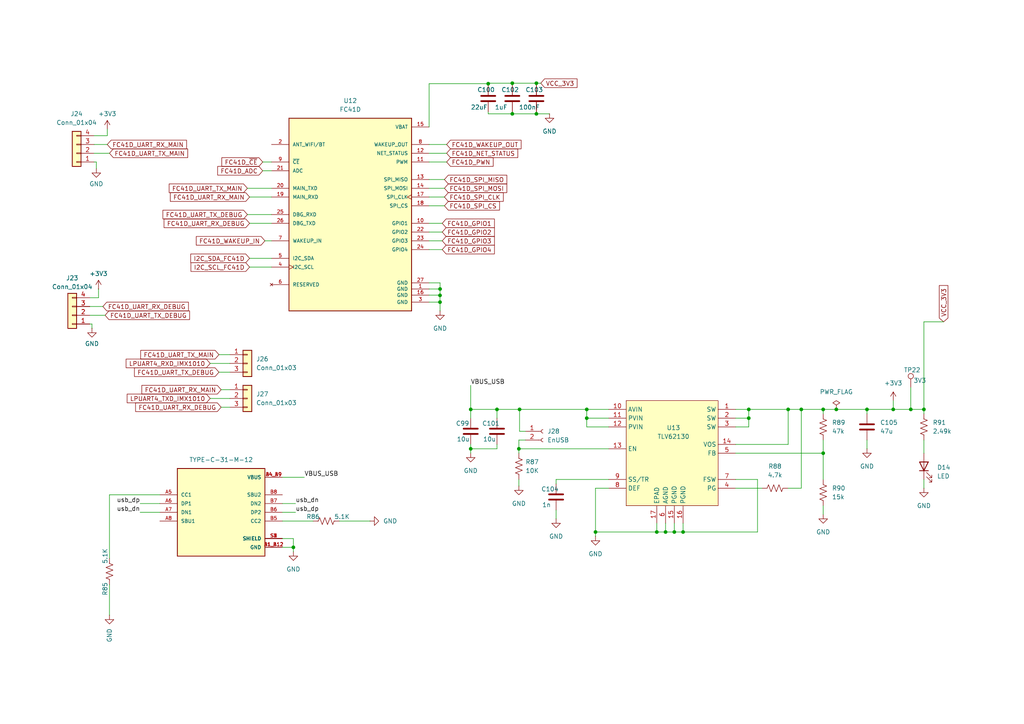
<source format=kicad_sch>
(kicad_sch (version 20250114) (generator "eeschema") (generator_version "9.0")
  (paper "A4")
  (lib_symbols
    (symbol "AzizSymbol:TLV62130"
      (property "Reference" "U" (at 0 0 0))
      (property "Value" "TLV62130" (at 0 -2.54 0))
      (symbol "TLV62130_1_1"
        (rectangle (start -13.97 8.89) (end 12.7 -21.59) (fill (type background)))
        (pin input line (at -19.05 6.35 0) (length 5.08) (name "AVIN") (number "10"))
        (pin input line (at -19.05 3.81 0) (length 5.08) (name "PVIN") (number "11"))
        (pin input line (at -19.05 1.27 0) (length 5.08) (name "PVIN") (number "12"))
        (pin input line (at -19.05 -5.08 0) (length 5.08) (name "EN") (number "13"))
        (pin input line (at -19.05 -13.97 0) (length 5.08) (name "SS/TR") (number "9"))
        (pin input line (at -19.05 -16.51 0) (length 5.08) (name "DEF") (number "8"))
        (pin input line (at -5.08 -26.67 90) (length 5.08) (name "EPAD") (number "17"))
        (pin input line (at -2.54 -26.67 90) (length 5.08) (name "AGND") (number "6"))
        (pin input line (at 0 -26.67 90) (length 5.08) (name "PGND") (number "15"))
        (pin input line (at 2.54 -26.67 90) (length 5.08) (name "PGND") (number "16"))
        (pin input line (at 17.78 6.35 180) (length 5.08) (name "SW") (number "1"))
        (pin input line (at 17.78 3.81 180) (length 5.08) (name "SW") (number "2"))
        (pin input line (at 17.78 1.27 180) (length 5.08) (name "SW") (number "3"))
        (pin input line (at 17.78 -3.81 180) (length 5.08) (name "VOS") (number "14"))
        (pin input line (at 17.78 -6.35 180) (length 5.08) (name "FB") (number "5"))
        (pin input line (at 17.78 -13.97 180) (length 5.08) (name "FSW") (number "7"))
        (pin input line (at 17.78 -16.51 180) (length 5.08) (name "PG") (number "4"))
      )
    )
    (symbol "Connector:Conn_01x02_Socket" (pin_names (offset 1.016) (hide yes))
      (property "Reference" "J" (at 0 2.54 0))
      (property "Value" "Conn_01x02_Socket" (at 0 -5.08 0))
      (symbol "Conn_01x02_Socket_1_1"
        (polyline (pts (xy -1.27 0) (xy -0.508 0)) (stroke (width 0.1524)))
        (polyline (pts (xy -1.27 -2.54) (xy -0.508 -2.54)) (stroke (width 0.1524)))
        (arc (start 0 -0.508) (mid -0.5058 0) (end 0 0.508) (stroke (width 0.1524)))
        (arc (start 0 -3.048) (mid -0.5058 -2.54) (end 0 -2.032) (stroke (width 0.1524)))
        (pin passive line (at -5.08 0 0) (length 3.81) (name "Pin_1") (number "1"))
        (pin passive line (at -5.08 -2.54 0) (length 3.81) (name "Pin_2") (number "2"))
      )
    )
    (symbol "Connector:TestPoint" (pin_numbers (hide yes)) (pin_names (offset 0.762) (hide yes))
      (property "Reference" "TP" (at 0 6.858 0))
      (property "Value" "TestPoint" (at 0 5.08 0))
      (symbol "TestPoint_0_1"
        (circle (center 0 3.302) (radius 0.762))
      )
      (symbol "TestPoint_1_1"
        (pin passive line (at 0 0 90) (length 2.54) (name "1") (number "1"))
      )
    )
    (symbol "Connector_Generic:Conn_01x03" (pin_names (offset 1.016) (hide yes))
      (property "Reference" "J" (at 0 5.08 0))
      (property "Value" "Conn_01x03" (at 0 -5.08 0))
      (symbol "Conn_01x03_1_1"
        (rectangle (start -1.27 3.81) (end 1.27 -3.81) (stroke (width 0.254)) (fill (type background)))
        (rectangle (start -1.27 2.667) (end 0 2.413) (stroke (width 0.1524)))
        (rectangle (start -1.27 0.127) (end 0 -0.127) (stroke (width 0.1524)))
        (rectangle (start -1.27 -2.413) (end 0 -2.667) (stroke (width 0.1524)))
        (pin passive line (at -5.08 2.54 0) (length 3.81) (name "Pin_1") (number "1"))
        (pin passive line (at -5.08 0 0) (length 3.81) (name "Pin_2") (number "2"))
        (pin passive line (at -5.08 -2.54 0) (length 3.81) (name "Pin_3") (number "3"))
      )
    )
    (symbol "Connector_Generic:Conn_01x04" (pin_names (offset 1.016) (hide yes))
      (property "Reference" "J" (at 0 5.08 0))
      (property "Value" "Conn_01x04" (at 0 -7.62 0))
      (symbol "Conn_01x04_1_1"
        (rectangle (start -1.27 3.81) (end 1.27 -6.35) (stroke (width 0.254)) (fill (type background)))
        (rectangle (start -1.27 2.667) (end 0 2.413) (stroke (width 0.1524)))
        (rectangle (start -1.27 0.127) (end 0 -0.127) (stroke (width 0.1524)))
        (rectangle (start -1.27 -2.413) (end 0 -2.667) (stroke (width 0.1524)))
        (rectangle (start -1.27 -4.953) (end 0 -5.207) (stroke (width 0.1524)))
        (pin passive line (at -5.08 2.54 0) (length 3.81) (name "Pin_1") (number "1"))
        (pin passive line (at -5.08 0 0) (length 3.81) (name "Pin_2") (number "2"))
        (pin passive line (at -5.08 -2.54 0) (length 3.81) (name "Pin_3") (number "3"))
        (pin passive line (at -5.08 -5.08 0) (length 3.81) (name "Pin_4") (number "4"))
      )
    )
    (symbol "Device:C" (pin_numbers (hide yes)) (pin_names (offset 0.254))
      (property "Reference" "C" (at 0.635 2.54 0))
      (property "Value" "C" (at 0.635 -2.54 0))
      (symbol "C_0_1"
        (polyline (pts (xy -2.032 0.762) (xy 2.032 0.762)) (stroke (width 0.508)))
        (polyline (pts (xy -2.032 -0.762) (xy 2.032 -0.762)) (stroke (width 0.508)))
      )
      (symbol "C_1_1"
        (pin passive line (at 0 3.81 270) (length 2.794) (name "~") (number "1"))
        (pin passive line (at 0 -3.81 90) (length 2.794) (name "~") (number "2"))
      )
    )
    (symbol "Device:LED" (pin_numbers (hide yes)) (pin_names (offset 1.016) (hide yes))
      (property "Reference" "D" (at 0 2.54 0))
      (property "Value" "LED" (at 0 -2.54 0))
      (symbol "LED_0_1"
        (polyline (pts (xy -3.048 -0.762) (xy -4.572 -2.286) (xy -3.81 -2.286) (xy -4.572 -2.286) (xy -4.572 -1.524)))
        (polyline (pts (xy -1.778 -0.762) (xy -3.302 -2.286) (xy -2.54 -2.286) (xy -3.302 -2.286) (xy -3.302 -1.524)))
        (polyline (pts (xy -1.27 0) (xy 1.27 0)))
        (polyline (pts (xy -1.27 -1.27) (xy -1.27 1.27)) (stroke (width 0.254)))
        (polyline (pts (xy 1.27 -1.27) (xy 1.27 1.27) (xy -1.27 0) (xy 1.27 -1.27)) (stroke (width 0.254)))
      )
      (symbol "LED_1_1"
        (pin passive line (at -3.81 0 0) (length 2.54) (name "K") (number "1"))
        (pin passive line (at 3.81 0 180) (length 2.54) (name "A") (number "2"))
      )
    )
    (symbol "Device:R_US" (pin_numbers (hide yes)) (pin_names (offset 0))
      (property "Reference" "R" (at 2.54 0 90))
      (property "Value" "R_US" (at -2.54 0 90))
      (symbol "R_US_0_1"
        (polyline (pts (xy 0 2.286) (xy 0 2.54)))
        (polyline (pts (xy 0 2.286) (xy 1.016 1.905) (xy 0 1.524) (xy -1.016 1.143) (xy 0 0.762)))
        (polyline (pts (xy 0 0.762) (xy 1.016 0.381) (xy 0 0) (xy -1.016 -0.381) (xy 0 -0.762)))
        (polyline (pts (xy 0 -0.762) (xy 1.016 -1.143) (xy 0 -1.524) (xy -1.016 -1.905) (xy 0 -2.286)))
        (polyline (pts (xy 0 -2.286) (xy 0 -2.54)))
      )
      (symbol "R_US_1_1"
        (pin passive line (at 0 3.81 270) (length 1.27) (name "~") (number "1"))
        (pin passive line (at 0 -3.81 90) (length 1.27) (name "~") (number "2"))
      )
    )
    (symbol "FC41D:FC41D" (pin_names (offset 1.016))
      (property "Reference" "U" (at -17.78 28.702 0))
      (property "Value" "FC41D" (at -17.78 -30.48 0))
      (symbol "FC41D_0_0"
        (rectangle (start -17.78 -27.94) (end 17.78 27.94) (stroke (width 0.254)) (fill (type background)))
        (pin bidirectional line (at -22.86 20.32 0) (length 5.08) (name "ANT_WIFI/BT") (number "2"))
        (pin input line (at -22.86 15.24 0) (length 5.08) (name "~{CE}") (number "9"))
        (pin input line (at -22.86 12.7 0) (length 5.08) (name "ADC") (number "21"))
        (pin output line (at -22.86 7.62 0) (length 5.08) (name "MAIN_TXD") (number "20"))
        (pin input line (at -22.86 5.08 0) (length 5.08) (name "MAIN_RXD") (number "19"))
        (pin input line (at -22.86 0 0) (length 5.08) (name "DBG_RXD") (number "25"))
        (pin output line (at -22.86 -2.54 0) (length 5.08) (name "DBG_TXD") (number "26"))
        (pin input line (at -22.86 -7.62 0) (length 5.08) (name "WAKEUP_IN") (number "7"))
        (pin bidirectional line (at -22.86 -12.7 0) (length 5.08) (name "I2C_SDA") (number "5"))
        (pin output clock (at -22.86 -15.24 0) (length 5.08) (name "I2C_SCL") (number "4"))
        (pin no_connect line (at -22.86 -20.32 0) (length 5.08) (name "RESERVED") (number "6"))
        (pin power_in line (at 22.86 25.4 180) (length 5.08) (name "VBAT") (number "15"))
        (pin output line (at 22.86 20.32 180) (length 5.08) (name "WAKEUP_OUT") (number "8"))
        (pin output line (at 22.86 17.78 180) (length 5.08) (name "NET_STATUS") (number "12"))
        (pin output line (at 22.86 15.24 180) (length 5.08) (name "PWM") (number "11"))
        (pin bidirectional line (at 22.86 10.16 180) (length 5.08) (name "SPI_MISO") (number "13"))
        (pin bidirectional line (at 22.86 7.62 180) (length 5.08) (name "SPI_MOSI") (number "14"))
        (pin bidirectional clock (at 22.86 5.08 180) (length 5.08) (name "SPI_CLK") (number "17"))
        (pin bidirectional line (at 22.86 2.54 180) (length 5.08) (name "SPI_CS") (number "18"))
        (pin bidirectional line (at 22.86 -2.54 180) (length 5.08) (name "GPIO1") (number "10"))
        (pin bidirectional line (at 22.86 -5.08 180) (length 5.08) (name "GPIO2") (number "22"))
        (pin bidirectional line (at 22.86 -7.62 180) (length 5.08) (name "GPIO3") (number "23"))
        (pin bidirectional line (at 22.86 -10.16 180) (length 5.08) (name "GPIO4") (number "24"))
        (pin power_in line (at 22.86 -19.812 180) (length 5.08) (name "GND") (number "27"))
        (pin power_in line (at 22.86 -21.59 180) (length 5.08) (name "GND") (number "1"))
        (pin power_in line (at 22.86 -23.368 180) (length 5.08) (name "GND") (number "16"))
        (pin power_in line (at 22.86 -25.4 180) (length 5.08) (name "GND") (number "3"))
      )
    )
    (symbol "TYPE-C-31-M-12:TYPE-C-31-M-12" (pin_names (offset 1.016))
      (property "Reference" "J" (at -12.7 13.462 0))
      (property "Value" "TYPE-C-31-M-12" (at -12.7 -13.462 0))
      (symbol "TYPE-C-31-M-12_0_0"
        (rectangle (start -12.7 -12.7) (end 12.7 12.7) (stroke (width 0.254)) (fill (type background)))
        (pin bidirectional line (at -17.78 5.08 0) (length 5.08) (name "CC1") (number "A5"))
        (pin bidirectional line (at -17.78 2.54 0) (length 5.08) (name "DP1") (number "A6"))
        (pin bidirectional line (at -17.78 0 0) (length 5.08) (name "DN1") (number "A7"))
        (pin bidirectional line (at -17.78 -2.54 0) (length 5.08) (name "SBU1") (number "A8"))
        (pin power_in line (at 17.78 10.16 180) (length 5.08) (name "VBUS") (number "A4_B9"))
        (pin power_in line (at 17.78 10.16 180) (length 5.08) (name "VBUS") (number "B4_A9"))
        (pin bidirectional line (at 17.78 5.08 180) (length 5.08) (name "SBU2") (number "B8"))
        (pin bidirectional line (at 17.78 2.54 180) (length 5.08) (name "DN2") (number "B7"))
        (pin bidirectional line (at 17.78 0 180) (length 5.08) (name "DP2") (number "B6"))
        (pin bidirectional line (at 17.78 -2.54 180) (length 5.08) (name "CC2") (number "B5"))
        (pin passive line (at 17.78 -7.62 180) (length 5.08) (name "SHIELD") (number "S1"))
        (pin passive line (at 17.78 -7.62 180) (length 5.08) (name "SHIELD") (number "S2"))
        (pin passive line (at 17.78 -7.62 180) (length 5.08) (name "SHIELD") (number "S3"))
        (pin passive line (at 17.78 -7.62 180) (length 5.08) (name "SHIELD") (number "S4"))
        (pin power_in line (at 17.78 -10.16 180) (length 5.08) (name "GND") (number "A1_B12"))
        (pin power_in line (at 17.78 -10.16 180) (length 5.08) (name "GND") (number "B1_A12"))
      )
    )
    (symbol "power:+3V3" (power) (pin_numbers (hide yes)) (pin_names (offset 0) (hide yes))
      (property "Value" "+3V3" (at 0 3.556 0))
      (symbol "+3V3_0_1"
        (polyline (pts (xy -0.762 1.27) (xy 0 2.54)))
        (polyline (pts (xy 0 2.54) (xy 0.762 1.27)))
        (polyline (pts (xy 0 0) (xy 0 2.54)))
      )
      (symbol "+3V3_1_1"
        (pin power_in line (at 0 0 90) (length 0) (name "~") (number "1"))
      )
    )
    (symbol "power:GND" (power) (pin_numbers (hide yes)) (pin_names (offset 0) (hide yes))
      (property "Value" "GND" (at 0 -3.81 0))
      (symbol "GND_0_1"
        (polyline (pts (xy 0 0) (xy 0 -1.27) (xy 1.27 -1.27) (xy 0 -2.54) (xy -1.27 -1.27) (xy 0 -1.27)))
      )
      (symbol "GND_1_1"
        (pin power_in line (at 0 0 270) (length 0) (name "~") (number "1"))
      )
    )
    (symbol "power:PWR_FLAG" (power) (pin_numbers (hide yes)) (pin_names (offset 0) (hide yes))
      (property "Value" "PWR_FLAG" (at 0 3.81 0))
      (symbol "PWR_FLAG_0_0"
        (pin power_out line (at 0 0 90) (length 0) (name "~") (number "1"))
      )
      (symbol "PWR_FLAG_0_1"
        (polyline (pts (xy 0 0) (xy 0 1.27) (xy -1.016 1.905) (xy 0 2.54) (xy 1.016 1.905) (xy 0 1.27)))
      )
    )
  )
  (junction (at 170.18 121.285))
  (junction (at 190.5 154.305))
  (junction (at 238.76 118.745))
  (junction (at 193.04 154.305))
  (junction (at 251.46 118.745))
  (junction (at 155.575 24.13))
  (junction (at 198.12 154.305))
  (junction (at 136.525 118.745))
  (junction (at 148.59 33.02))
  (junction (at 217.17 121.285))
  (junction (at 172.72 154.305))
  (junction (at 150.495 130.175))
  (junction (at 217.17 118.745))
  (junction (at 127.635 83.82))
  (junction (at 195.58 154.305))
  (junction (at 150.6915 118.745))
  (junction (at 170.18 118.745))
  (junction (at 238.76 131.445))
  (junction (at 141.605 24.2697))
  (junction (at 155.575 33.02))
  (junction (at 228.6 118.745))
  (junction (at 127.6173 87.63))
  (junction (at 259.08 118.745))
  (junction (at 144.145 118.745))
  (junction (at 136.525 130.175))
  (junction (at 242.57 118.745))
  (junction (at 127.6173 85.6699))
  (junction (at 232.41 118.745))
  (junction (at 267.97 118.745))
  (junction (at 85.09 158.75))
  (junction (at 148.59 24.13))
  (junction (at 264.16 118.745))
  (wire (pts (xy 213.36 118.745) (xy 217.17 118.745)))
  (wire (pts (xy 267.97 139.065) (xy 267.97 141.605)))
  (wire (pts (xy 176.53 123.825) (xy 170.18 123.825)))
  (wire (pts (xy 124.46 67.31) (xy 128.27 67.31)))
  (wire (pts (xy 238.76 131.445) (xy 238.76 139.065)))
  (wire (pts (xy 124.46 85.598) (xy 127.6173 85.598)))
  (wire (pts (xy 152.4 125.095) (xy 150.6915 125.095)))
  (wire (pts (xy 26.035 91.44) (xy 30.48 91.44)))
  (wire (pts (xy 26.035 88.9) (xy 29.845 88.9)))
  (wire (pts (xy 136.525 111.76) (xy 136.525 118.745)))
  (wire (pts (xy 31.75 143.51) (xy 46.355 143.51)))
  (wire (pts (xy 76.2 49.53) (xy 78.74 49.53)))
  (wire (pts (xy 141.605 24.2697) (xy 141.605 24.13)))
  (wire (pts (xy 127.635 85.6699) (xy 127.6173 85.6699)))
  (wire (pts (xy 26.67 93.98) (xy 26.67 95.25)))
  (wire (pts (xy 213.36 139.065) (xy 219.71 139.065)))
  (wire (pts (xy 72.39 77.47) (xy 78.74 77.47)))
  (wire (pts (xy 193.04 154.305) (xy 195.58 154.305)))
  (wire (pts (xy 155.575 32.385) (xy 155.575 33.02)))
  (wire (pts (xy 40.64 146.05) (xy 46.355 146.05)))
  (wire (pts (xy 267.97 127.635) (xy 267.97 131.445)))
  (wire (pts (xy 232.41 141.605) (xy 232.41 118.745)))
  (wire (pts (xy 144.145 118.745) (xy 144.145 121.285)))
  (wire (pts (xy 124.46 36.83) (xy 124.46 24.2697)))
  (wire (pts (xy 136.525 130.175) (xy 136.525 131.445)))
  (wire (pts (xy 31.115 37.465) (xy 31.115 39.37)))
  (wire (pts (xy 176.53 141.605) (xy 172.72 141.605)))
  (wire (pts (xy 170.18 118.745) (xy 176.53 118.745)))
  (wire (pts (xy 141.605 24.13) (xy 148.59 24.13)))
  (wire (pts (xy 28.575 86.36) (xy 26.035 86.36)))
  (wire (pts (xy 76.2 46.99) (xy 78.74 46.99)))
  (wire (pts (xy 71.755 62.23) (xy 78.74 62.23)))
  (wire (pts (xy 148.59 24.765) (xy 148.59 24.13)))
  (wire (pts (xy 148.59 33.02) (xy 141.605 33.02)))
  (wire (pts (xy 159.385 33.02) (xy 155.575 33.02)))
  (wire (pts (xy 190.5 154.305) (xy 193.04 154.305)))
  (wire (pts (xy 136.525 128.905) (xy 136.525 130.175)))
  (wire (pts (xy 124.46 59.69) (xy 128.905 59.69)))
  (wire (pts (xy 27.305 44.45) (xy 31.75 44.45)))
  (wire (pts (xy 150.495 139.065) (xy 150.495 140.97)))
  (wire (pts (xy 251.46 118.745) (xy 242.57 118.745)))
  (wire (pts (xy 232.41 118.745) (xy 238.76 118.745)))
  (wire (pts (xy 63.5 102.87) (xy 66.675 102.87)))
  (wire (pts (xy 127.6173 85.6699) (xy 127.6173 87.63)))
  (wire (pts (xy 198.12 151.765) (xy 198.12 154.305)))
  (wire (pts (xy 228.6 118.745) (xy 232.41 118.745)))
  (wire (pts (xy 72.39 74.93) (xy 78.74 74.93)))
  (wire (pts (xy 124.46 69.85) (xy 128.27 69.85)))
  (wire (pts (xy 124.46 64.77) (xy 128.27 64.77)))
  (wire (pts (xy 170.18 123.825) (xy 170.18 121.285)))
  (wire (pts (xy 26.035 93.98) (xy 26.67 93.98)))
  (wire (pts (xy 238.76 146.685) (xy 238.76 149.225)))
  (wire (pts (xy 172.72 154.305) (xy 172.72 155.575)))
  (wire (pts (xy 136.525 130.175) (xy 144.145 130.175)))
  (wire (pts (xy 27.305 41.91) (xy 31.115 41.91)))
  (wire (pts (xy 172.72 154.305) (xy 190.5 154.305)))
  (wire (pts (xy 251.46 127.635) (xy 251.46 130.175)))
  (wire (pts (xy 213.36 121.285) (xy 217.17 121.285)))
  (wire (pts (xy 27.305 46.99) (xy 27.94 46.99)))
  (wire (pts (xy 242.57 118.745) (xy 238.76 118.745)))
  (wire (pts (xy 31.75 169.545) (xy 31.75 178.435)))
  (wire (pts (xy 217.17 123.825) (xy 217.17 121.285)))
  (wire (pts (xy 150.495 127.635) (xy 150.495 130.175)))
  (wire (pts (xy 28.575 83.82) (xy 28.575 86.36)))
  (wire (pts (xy 141.605 33.02) (xy 141.605 32.385)))
  (wire (pts (xy 213.36 128.905) (xy 228.6 128.905)))
  (wire (pts (xy 176.53 121.285) (xy 170.18 121.285)))
  (wire (pts (xy 155.575 33.02) (xy 148.59 33.02)))
  (wire (pts (xy 31.75 143.51) (xy 31.75 161.925)))
  (wire (pts (xy 124.46 72.39) (xy 128.27 72.39)))
  (wire (pts (xy 213.36 123.825) (xy 217.17 123.825)))
  (wire (pts (xy 267.97 93.345) (xy 267.97 118.745)))
  (wire (pts (xy 127.635 83.82) (xy 127.635 85.6699)))
  (wire (pts (xy 136.525 118.745) (xy 136.525 121.285)))
  (wire (pts (xy 259.08 118.745) (xy 251.46 118.745)))
  (wire (pts (xy 81.915 148.59) (xy 85.725 148.59)))
  (wire (pts (xy 81.915 151.13) (xy 90.805 151.13)))
  (wire (pts (xy 195.58 154.305) (xy 198.12 154.305)))
  (wire (pts (xy 124.46 44.45) (xy 129.54 44.45)))
  (wire (pts (xy 60.96 105.41) (xy 66.675 105.41)))
  (wire (pts (xy 124.46 52.07) (xy 128.905 52.07)))
  (wire (pts (xy 267.97 118.745) (xy 264.16 118.745)))
  (wire (pts (xy 155.575 24.13) (xy 155.575 24.765)))
  (wire (pts (xy 85.09 158.75) (xy 85.09 160.02)))
  (wire (pts (xy 259.08 116.205) (xy 259.08 118.745)))
  (wire (pts (xy 219.71 139.065) (xy 219.71 154.305)))
  (wire (pts (xy 127.635 82.042) (xy 124.46 82.042)))
  (wire (pts (xy 72.39 64.77) (xy 78.74 64.77)))
  (wire (pts (xy 76.835 69.85) (xy 78.74 69.85)))
  (wire (pts (xy 136.525 118.745) (xy 144.145 118.745)))
  (wire (pts (xy 124.46 46.99) (xy 129.54 46.99)))
  (wire (pts (xy 98.425 151.13) (xy 107.315 151.13)))
  (wire (pts (xy 152.4 127.635) (xy 150.495 127.635)))
  (wire (pts (xy 124.46 24.2697) (xy 141.605 24.2697)))
  (wire (pts (xy 124.46 54.61) (xy 128.905 54.61)))
  (wire (pts (xy 150.495 130.175) (xy 176.53 130.175)))
  (wire (pts (xy 190.5 154.305) (xy 190.5 151.765)))
  (wire (pts (xy 217.17 118.745) (xy 228.6 118.745)))
  (wire (pts (xy 156.845 24.13) (xy 155.575 24.13)))
  (wire (pts (xy 251.46 120.015) (xy 251.46 118.745)))
  (wire (pts (xy 195.58 151.765) (xy 195.58 154.305)))
  (wire (pts (xy 213.36 131.445) (xy 238.76 131.445)))
  (wire (pts (xy 81.915 156.21) (xy 85.09 156.21)))
  (wire (pts (xy 150.495 130.175) (xy 150.495 131.445)))
  (wire (pts (xy 63.5 107.95) (xy 66.675 107.95)))
  (wire (pts (xy 127.635 87.63) (xy 127.635 90.17)))
  (wire (pts (xy 170.18 121.285) (xy 170.18 118.745)))
  (wire (pts (xy 273.685 93.345) (xy 267.97 93.345)))
  (wire (pts (xy 198.12 154.305) (xy 219.71 154.305)))
  (wire (pts (xy 264.16 118.745) (xy 259.08 118.745)))
  (wire (pts (xy 64.135 118.11) (xy 66.675 118.11)))
  (wire (pts (xy 60.96 115.57) (xy 66.675 115.57)))
  (wire (pts (xy 161.29 139.065) (xy 161.29 140.335)))
  (wire (pts (xy 150.6915 118.745) (xy 170.18 118.745)))
  (wire (pts (xy 71.755 54.61) (xy 78.74 54.61)))
  (wire (pts (xy 127.6173 85.598) (xy 127.6173 85.6699)))
  (wire (pts (xy 267.97 120.015) (xy 267.97 118.745)))
  (wire (pts (xy 81.915 146.05) (xy 85.725 146.05)))
  (wire (pts (xy 228.6 128.905) (xy 228.6 118.745)))
  (wire (pts (xy 27.94 46.99) (xy 27.94 48.895)))
  (wire (pts (xy 64.135 113.03) (xy 66.675 113.03)))
  (wire (pts (xy 217.17 121.285) (xy 217.17 118.745)))
  (wire (pts (xy 81.915 158.75) (xy 85.09 158.75)))
  (wire (pts (xy 238.76 127.635) (xy 238.76 131.445)))
  (wire (pts (xy 193.04 151.765) (xy 193.04 154.305)))
  (wire (pts (xy 127.6173 87.63) (xy 127.635 87.63)))
  (wire (pts (xy 141.605 24.765) (xy 141.605 24.2697)))
  (wire (pts (xy 238.76 120.015) (xy 238.76 118.745)))
  (wire (pts (xy 124.46 57.15) (xy 128.905 57.15)))
  (wire (pts (xy 127.635 83.82) (xy 127.635 82.042)))
  (wire (pts (xy 161.29 147.955) (xy 161.29 150.495)))
  (wire (pts (xy 31.115 39.37) (xy 27.305 39.37)))
  (wire (pts (xy 264.16 112.395) (xy 264.16 118.745)))
  (wire (pts (xy 148.59 32.385) (xy 148.59 33.02)))
  (wire (pts (xy 85.09 156.21) (xy 85.09 158.75)))
  (wire (pts (xy 144.145 128.905) (xy 144.145 130.175)))
  (wire (pts (xy 81.915 138.43) (xy 88.265 138.43)))
  (wire (pts (xy 124.46 83.82) (xy 127.635 83.82)))
  (wire (pts (xy 72.39 57.15) (xy 78.74 57.15)))
  (wire (pts (xy 228.6 141.605) (xy 232.41 141.605)))
  (wire (pts (xy 176.53 139.065) (xy 161.29 139.065)))
  (wire (pts (xy 213.36 141.605) (xy 220.98 141.605)))
  (wire (pts (xy 124.46 41.91) (xy 129.54 41.91)))
  (wire (pts (xy 148.59 24.13) (xy 155.575 24.13)))
  (wire (pts (xy 40.64 148.59) (xy 46.355 148.59)))
  (wire (pts (xy 150.6915 125.095) (xy 150.6915 118.745)))
  (wire (pts (xy 124.46 87.63) (xy 127.6173 87.63)))
  (wire (pts (xy 144.145 118.745) (xy 150.6915 118.745)))
  (wire (pts (xy 172.72 141.605) (xy 172.72 154.305)))
  (label "VBUS_USB" (at 136.525 111.76 0))
  (label "usb_dn" (at 40.64 148.59 180))
  (label "usb_dp" (at 85.725 148.59 0))
  (label "usb_dn" (at 85.725 146.05 0))
  (label "VBUS_USB" (at 88.265 138.43 0))
  (label "usb_dp" (at 40.64 146.05 180))
  (global_label "FC41D_SPI_MOSI" (shape input) (at 128.905 54.61 0) (property "Intersheetrefs" "${INTERSHEET_REFS}" (effects (hide yes))))
  (global_label "FC41D_UART_RX_DEBUG" (shape input) (at 64.135 118.11 180) (property "Intersheetrefs" "${INTERSHEET_REFS}" (effects (hide yes))))
  (global_label "VCC_3V3" (shape input) (at 156.845 24.13 0) (property "Intersheetrefs" "${INTERSHEET_REFS}" (effects (hide yes))))
  (global_label "FC41D_UART_TX_MAIN" (shape input) (at 31.75 44.45 0) (property "Intersheetrefs" "${INTERSHEET_REFS}" (effects (hide yes))))
  (global_label "I2C_SDA_FC41D" (shape input) (at 72.39 74.93 180) (property "Intersheetrefs" "${INTERSHEET_REFS}" (effects (hide yes))))
  (global_label "FC41D_UART_TX_DEBUG" (shape input) (at 71.755 62.23 180) (property "Intersheetrefs" "${INTERSHEET_REFS}" (effects (hide yes))))
  (global_label "FC41D_~{CE}" (shape input) (at 76.2 46.99 180) (property "Intersheetrefs" "${INTERSHEET_REFS}" (effects (hide yes))))
  (global_label "FC41D_WAKEUP_IN" (shape input) (at 76.835 69.85 180) (property "Intersheetrefs" "${INTERSHEET_REFS}" (effects (hide yes))))
  (global_label "FC41D_UART_TX_DEBUG" (shape input) (at 63.5 107.95 180) (property "Intersheetrefs" "${INTERSHEET_REFS}" (effects (hide yes))))
  (global_label "FC41D_UART_RX_MAIN" (shape input) (at 64.135 113.03 180) (property "Intersheetrefs" "${INTERSHEET_REFS}" (effects (hide yes))))
  (global_label "FC41D_SPI_CS" (shape input) (at 128.905 59.69 0) (property "Intersheetrefs" "${INTERSHEET_REFS}" (effects (hide yes))))
  (global_label "FC41D_UART_TX_MAIN" (shape input) (at 71.755 54.61 180) (property "Intersheetrefs" "${INTERSHEET_REFS}" (effects (hide yes))))
  (global_label "FC41D_GPIO3" (shape input) (at 128.27 69.85 0) (property "Intersheetrefs" "${INTERSHEET_REFS}" (effects (hide yes))))
  (global_label "FC41D_UART_TX_MAIN" (shape input) (at 63.5 102.87 180) (property "Intersheetrefs" "${INTERSHEET_REFS}" (effects (hide yes))))
  (global_label "FC41D_UART_RX_DEBUG" (shape input) (at 72.39 64.77 180) (property "Intersheetrefs" "${INTERSHEET_REFS}" (effects (hide yes))))
  (global_label "FC41D_UART_RX_MAIN" (shape input) (at 72.39 57.15 180) (property "Intersheetrefs" "${INTERSHEET_REFS}" (effects (hide yes))))
  (global_label "FC41D_UART_TX_DEBUG" (shape input) (at 30.48 91.44 0) (property "Intersheetrefs" "${INTERSHEET_REFS}" (effects (hide yes))))
  (global_label "FC41D_UART_RX_MAIN" (shape input) (at 31.115 41.91 0) (property "Intersheetrefs" "${INTERSHEET_REFS}" (effects (hide yes))))
  (global_label "FC41D_GPIO2" (shape input) (at 128.27 67.31 0) (property "Intersheetrefs" "${INTERSHEET_REFS}" (effects (hide yes))))
  (global_label "I2C_SCL_FC41D" (shape input) (at 72.39 77.47 180) (property "Intersheetrefs" "${INTERSHEET_REFS}" (effects (hide yes))))
  (global_label "LPUART4_TXD_IMX1010" (shape input) (at 60.96 115.57 180) (property "Intersheetrefs" "${INTERSHEET_REFS}" (effects (hide yes))))
  (global_label "FC41D_NET_STATUS" (shape input) (at 129.54 44.45 0) (property "Intersheetrefs" "${INTERSHEET_REFS}" (effects (hide yes))))
  (global_label "FC41D_GPIO1" (shape input) (at 128.27 64.77 0) (property "Intersheetrefs" "${INTERSHEET_REFS}" (effects (hide yes))))
  (global_label "VCC_3V3" (shape input) (at 273.685 93.345 90) (property "Intersheetrefs" "${INTERSHEET_REFS}" (effects (hide yes))))
  (global_label "LPUART4_RXD_IMX1010" (shape input) (at 60.96 105.41 180) (property "Intersheetrefs" "${INTERSHEET_REFS}" (effects (hide yes))))
  (global_label "FC41D_SPI_MISO" (shape input) (at 128.905 52.07 0) (property "Intersheetrefs" "${INTERSHEET_REFS}" (effects (hide yes))))
  (global_label "FC41D_WAKEUP_OUT" (shape input) (at 129.54 41.91 0) (property "Intersheetrefs" "${INTERSHEET_REFS}" (effects (hide yes))))
  (global_label "FC41D_GPIO4" (shape input) (at 128.27 72.39 0) (property "Intersheetrefs" "${INTERSHEET_REFS}" (effects (hide yes))))
  (global_label "FC41D_PWN" (shape input) (at 129.54 46.99 0) (property "Intersheetrefs" "${INTERSHEET_REFS}" (effects (hide yes))))
  (global_label "FC41D_ADC" (shape input) (at 76.2 49.53 180) (property "Intersheetrefs" "${INTERSHEET_REFS}" (effects (hide yes))))
  (global_label "FC41D_UART_RX_DEBUG" (shape input) (at 29.845 88.9 0) (property "Intersheetrefs" "${INTERSHEET_REFS}" (effects (hide yes))))
  (global_label "FC41D_SPI_CLK" (shape input) (at 128.905 57.15 0) (property "Intersheetrefs" "${INTERSHEET_REFS}" (effects (hide yes))))
  (symbol (lib_id "power:GND") (at 267.97 141.605 0) (unit 1)
    (property "Reference" "#PWR0140" (effects (hide yes)))
    (property "Value" "GND" (at 267.97 146.685 0))
    (property "Description" "Power symbol creates a global label with name \"GND\" , ground" (effects (hide yes)))
  )
  (symbol (lib_id "AzizSymbol:TLV62130") (at 195.58 125.095 0) (unit 1)
    (property "Reference" "U13" (at 195.326 124.079 0))
    (property "Value" "TLV62130" (at 195.326 126.619 0))
    (property "Footprint" "footprints:RGT0016C" (effects (hide yes)))
  )
  (symbol (lib_id "Connector_Generic:Conn_01x03") (at 71.755 105.41 0) (unit 1)
    (property "Reference" "J26" (at 74.295 104.1399 0) (effects (justify left)))
    (property "Value" "Conn_01x03" (at 74.295 106.6799 0) (effects (justify left)))
    (property "Footprint" "Connector_PinHeader_2.54mm:PinHeader_1x03_P2.54mm_Vertical" (effects (hide yes)))
    (property "Description" "Generic connector, single row, 01x03, script generated (kicad-library-utils/schlib/autogen/connector/)" (effects (hide yes)))
  )
  (symbol (lib_id "Device:R_US") (at 94.615 151.13 270) (unit 1)
    (property "Reference" "R86" (at 90.805 149.86 90))
    (property "Value" "5.1K" (at 99.187 149.86 90))
    (property "Footprint" "Resistor_SMD:R_0402_1005Metric" (effects (hide yes)))
    (property "Description" "Resistor, US symbol" (effects (hide yes)))
  )
  (symbol (lib_id "power:GND") (at 159.385 33.02 0) (unit 1)
    (property "Reference" "#PWR0134" (effects (hide yes)))
    (property "Value" "GND" (at 159.385 38.1 0))
    (property "Description" "Power symbol creates a global label with name \"GND\" , ground" (effects (hide yes)))
  )
  (symbol (lib_id "Device:LED") (at 267.97 135.255 90) (unit 1)
    (property "Reference" "D14" (at 271.78 135.5724 90) (effects (justify right)))
    (property "Value" "LED" (at 271.78 138.1124 90) (effects (justify right)))
    (property "Footprint" "LED_SMD:LED_0402_1005Metric" (effects (hide yes)))
    (property "Description" "Light emitting diode" (effects (hide yes)))
  )
  (symbol (lib_id "power:+3V3") (at 259.08 116.205 0) (unit 1)
    (property "Reference" "#PWR0139" (effects (hide yes)))
    (property "Value" "+3V3" (at 259.08 111.125 0))
    (property "Description" "Power symbol creates a global label with name \"+3V3\"" (effects (hide yes)))
  )
  (symbol (lib_id "power:GND") (at 127.635 90.17 0) (unit 1)
    (property "Reference" "#PWR0131" (effects (hide yes)))
    (property "Value" "GND" (at 127.635 95.25 0))
    (property "Description" "Power symbol creates a global label with name \"GND\" , ground" (effects (hide yes)))
  )
  (symbol (lib_id "Device:C") (at 148.59 28.575 0) (unit 1)
    (property "Reference" "C102" (at 145.415 26.035 0) (effects (justify left)))
    (property "Value" "1uF" (at 143.51 31.115 0) (effects (justify left)))
    (property "Footprint" "Capacitor_SMD:C_0402_1005Metric" (effects (hide yes)))
    (property "Description" "Unpolarized capacitor" (effects (hide yes)))
  )
  (symbol (lib_id "power:+3V3") (at 31.115 37.465 0) (unit 1)
    (property "Reference" "#PWR0127" (effects (hide yes)))
    (property "Value" "+3V3" (at 31.115 33.02 0))
    (property "Description" "Power symbol creates a global label with name \"+3V3\"" (effects (hide yes)))
  )
  (symbol (lib_id "Device:R_US") (at 267.97 123.825 180) (unit 1)
    (property "Reference" "R91" (at 270.51 122.5549 0) (effects (justify right)))
    (property "Value" "2.49k" (at 270.51 125.0949 0) (effects (justify right)))
    (property "Footprint" "Resistor_SMD:R_0402_1005Metric" (effects (hide yes)))
    (property "Description" "Resistor, US symbol" (effects (hide yes)))
  )
  (symbol (lib_id "Device:C") (at 141.605 28.575 0) (unit 1)
    (property "Reference" "C100" (at 138.43 26.035 0) (effects (justify left)))
    (property "Value" "22uF" (at 136.525 31.115 0) (effects (justify left)))
    (property "Footprint" "Resistor_SMD:R_0603_1608Metric" (effects (hide yes)))
    (property "Description" "Unpolarized capacitor" (effects (hide yes)))
  )
  (symbol (lib_id "Connector:Conn_01x02_Socket") (at 157.48 125.095 0) (unit 1)
    (property "Reference" "J28" (at 158.75 125.0949 0) (effects (justify left)))
    (property "Value" "EnUSB" (at 158.75 127.6349 0) (effects (justify left)))
    (property "Footprint" "Connector_PinHeader_2.54mm:PinHeader_1x02_P2.54mm_Vertical" (effects (hide yes)))
    (property "Description" "Generic connector, single row, 01x02, script generated" (effects (hide yes)))
  )
  (symbol (lib_id "power:GND") (at 238.76 149.225 0) (unit 1)
    (property "Reference" "#PWR0137" (effects (hide yes)))
    (property "Value" "GND" (at 238.76 154.305 0))
    (property "Description" "Power symbol creates a global label with name \"GND\" , ground" (effects (hide yes)))
  )
  (symbol (lib_id "power:GND") (at 26.67 95.25 0) (unit 1)
    (property "Reference" "#PWR0124" (effects (hide yes)))
    (property "Value" "GND" (at 26.67 99.695 0))
    (property "Description" "Power symbol creates a global label with name \"GND\" , ground" (effects (hide yes)))
  )
  (symbol (lib_id "TYPE-C-31-M-12:TYPE-C-31-M-12") (at 64.135 148.59 0) (unit 1)
    (property "Reference" "J25" (effects (hide yes)))
    (property "Value" "TYPE-C-31-M-12" (at 64.135 133.35 0))
    (property "Footprint" "footprints:HRO_TYPE-C-31-M-12" (effects (hide yes)))
    (property "MF" "HRO Electronics Co., Ltd." (effects (hide yes)))
    (property "MAXIMUM_PACKAGE_HEIGHT" "3.26 mm" (effects (hide yes)))
    (property "Package" "Package" (effects (hide yes)))
    (property "Price" "None" (effects (hide yes)))
    (property "Check_prices" "https://www.snapeda.com/parts/TYPE-C-31-M-12/HRO+Electronics+Co.%252C+Ltd./view-part/?ref=eda" (effects (hide yes)))
    (property "STANDARD" "Manufacturer Recommendations" (effects (hide yes)))
    (property "PARTREV" "2020.12.08" (effects (hide yes)))
    (property "SnapEDA_Link" "https://www.snapeda.com/parts/TYPE-C-31-M-12/HRO+Electronics+Co.%252C+Ltd./view-part/?ref=snap" (effects (hide yes)))
    (property "MP" "TYPE-C-31-M-12" (effects (hide yes)))
    (property "Description_1" "USB Connectors 24 Receptacle 1 8.94*7.3mm RoHS" (effects (hide yes)))
    (property "SNAPEDA_PN" "TYPE-C-31-M-12" (effects (hide yes)))
    (property "Availability" "Not in stock" (effects (hide yes)))
    (property "MANUFACTURER" "HRO Electronics Co., Ltd." (effects (hide yes)))
  )
  (symbol (lib_id "Connector_Generic:Conn_01x04") (at 22.225 44.45 180) (unit 1)
    (property "Reference" "J24" (at 22.225 33.02 0))
    (property "Value" "Conn_01x04" (at 22.225 35.56 0))
    (property "Footprint" "Connector_PinHeader_2.54mm:PinHeader_1x04_P2.54mm_Vertical" (effects (hide yes)))
    (property "Description" "Generic connector, single row, 01x04, script generated (kicad-library-utils/schlib/autogen/connector/)" (effects (hide yes)))
  )
  (symbol (lib_id "Device:C") (at 136.525 125.095 0) (unit 1)
    (property "Reference" "C99" (at 132.207 122.809 0) (effects (justify left)))
    (property "Value" "10u" (at 132.461 127.381 0) (effects (justify left)))
    (property "Footprint" "Capacitor_SMD:C_0603_1608Metric" (effects (hide yes)))
    (property "Description" "Unpolarized capacitor" (effects (hide yes)))
  )
  (symbol (lib_id "power:GND") (at 31.75 178.435 0) (unit 1)
    (property "Reference" "#PWR0128" (effects (hide yes)))
    (property "Value" "GND" (at 31.7501 182.245 90) (effects (justify right)))
    (property "Description" "Power symbol creates a global label with name \"GND\" , ground" (effects (hide yes)))
  )
  (symbol (lib_id "Device:R_US") (at 224.79 141.605 90) (unit 1)
    (property "Reference" "R88" (at 224.79 135.255 90))
    (property "Value" "4.7k" (at 224.79 137.795 90))
    (property "Footprint" "Resistor_SMD:R_0402_1005Metric" (effects (hide yes)))
    (property "Description" "Resistor, US symbol" (effects (hide yes)))
  )
  (symbol (lib_id "Device:C") (at 155.575 28.575 0) (unit 1)
    (property "Reference" "C103" (at 152.4 26.035 0) (effects (justify left)))
    (property "Value" "100nF" (at 150.495 31.115 0) (effects (justify left)))
    (property "Footprint" "Capacitor_SMD:C_0402_1005Metric" (effects (hide yes)))
    (property "Description" "Unpolarized capacitor" (effects (hide yes)))
  )
  (symbol (lib_id "Device:R_US") (at 31.75 165.735 180) (unit 1)
    (property "Reference" "R85" (at 30.48 170.815 90))
    (property "Value" "5.1K" (at 30.48 161.29 90))
    (property "Footprint" "Resistor_SMD:R_0402_1005Metric" (effects (hide yes)))
    (property "Description" "Resistor, US symbol" (effects (hide yes)))
  )
  (symbol (lib_id "Device:C") (at 144.145 125.095 0) (unit 1)
    (property "Reference" "C101" (at 139.827 122.809 0) (effects (justify left)))
    (property "Value" "10u" (at 140.081 127.381 0) (effects (justify left)))
    (property "Footprint" "Capacitor_SMD:C_0603_1608Metric" (effects (hide yes)))
    (property "Description" "Unpolarized capacitor" (effects (hide yes)))
  )
  (symbol (lib_id "power:GND") (at 161.29 150.495 0) (unit 1)
    (property "Reference" "#PWR0135" (effects (hide yes)))
    (property "Value" "GND" (at 161.29 155.575 0))
    (property "Description" "Power symbol creates a global label with name \"GND\" , ground" (effects (hide yes)))
  )
  (symbol (lib_id "power:GND") (at 150.495 140.97 0) (unit 1)
    (property "Reference" "#PWR0133" (effects (hide yes)))
    (property "Value" "GND" (at 150.495 146.05 0))
    (property "Description" "Power symbol creates a global label with name \"GND\" , ground" (effects (hide yes)))
  )
  (symbol (lib_id "power:GND") (at 251.46 130.175 0) (unit 1)
    (property "Reference" "#PWR0138" (effects (hide yes)))
    (property "Value" "GND" (at 251.46 135.255 0))
    (property "Description" "Power symbol creates a global label with name \"GND\" , ground" (effects (hide yes)))
  )
  (symbol (lib_id "power:GND") (at 136.525 131.445 0) (unit 1)
    (property "Reference" "#PWR0132" (effects (hide yes)))
    (property "Value" "GND" (at 136.525 136.525 0))
    (property "Description" "Power symbol creates a global label with name \"GND\" , ground" (effects (hide yes)))
  )
  (symbol (lib_id "Connector_Generic:Conn_01x03") (at 71.755 115.57 0) (unit 1)
    (property "Reference" "J27" (at 74.295 114.2999 0) (effects (justify left)))
    (property "Value" "Conn_01x03" (at 74.295 116.8399 0) (effects (justify left)))
    (property "Footprint" "Connector_PinHeader_2.54mm:PinHeader_1x03_P2.54mm_Vertical" (effects (hide yes)))
    (property "Description" "Generic connector, single row, 01x03, script generated (kicad-library-utils/schlib/autogen/connector/)" (effects (hide yes)))
  )
  (symbol (lib_id "power:PWR_FLAG") (at 242.57 118.745 0) (unit 1)
    (property "Reference" "#FLG04" (effects (hide yes)))
    (property "Value" "PWR_FLAG" (at 242.57 113.665 0))
    (property "Description" "Special symbol for telling ERC where power comes from" (effects (hide yes)))
  )
  (symbol (lib_id "Device:C") (at 251.46 123.825 0) (unit 1)
    (property "Reference" "C105" (at 255.27 122.5549 0) (effects (justify left)))
    (property "Value" "47u" (at 255.27 125.0949 0) (effects (justify left)))
    (property "Footprint" "Capacitor_SMD:C_0603_1608Metric" (effects (hide yes)))
    (property "Description" "Unpolarized capacitor" (effects (hide yes)))
  )
  (symbol (lib_id "power:GND") (at 172.72 155.575 0) (unit 1)
    (property "Reference" "#PWR0136" (effects (hide yes)))
    (property "Value" "GND" (at 172.72 160.655 0))
    (property "Description" "Power symbol creates a global label with name \"GND\" , ground" (effects (hide yes)))
  )
  (symbol (lib_id "power:GND") (at 85.09 160.02 0) (unit 1)
    (property "Reference" "#PWR0129" (effects (hide yes)))
    (property "Value" "GND" (at 85.09 165.1 0))
    (property "Description" "Power symbol creates a global label with name \"GND\" , ground" (effects (hide yes)))
  )
  (symbol (lib_id "Device:R_US") (at 238.76 142.875 180) (unit 1)
    (property "Reference" "R90" (at 241.3 141.6049 0) (effects (justify right)))
    (property "Value" "15k" (at 241.3 144.1449 0) (effects (justify right)))
    (property "Footprint" "Resistor_SMD:R_0402_1005Metric" (effects (hide yes)))
    (property "Description" "Resistor, US symbol" (effects (hide yes)))
  )
  (symbol (lib_id "Connector:TestPoint") (at 264.16 112.395 0) (unit 1)
    (property "Reference" "TP22" (at 262.128 107.315 0) (effects (justify left)))
    (property "Value" "3V3" (at 264.922 110.363 0) (effects (justify left)))
    (property "Footprint" "TestPoint:TestPoint_Pad_D2.5mm" (effects (hide yes)))
    (property "Description" "test point" (effects (hide yes)))
  )
  (symbol (lib_id "Device:C") (at 161.29 144.145 0) (unit 1)
    (property "Reference" "C104" (at 156.972 141.859 0) (effects (justify left)))
    (property "Value" "1n" (at 157.226 146.431 0) (effects (justify left)))
    (property "Footprint" "Capacitor_SMD:C_0402_1005Metric" (effects (hide yes)))
    (property "Description" "Unpolarized capacitor" (effects (hide yes)))
  )
  (symbol (lib_id "power:+3V3") (at 28.575 83.82 0) (unit 1)
    (property "Reference" "#PWR0126" (effects (hide yes)))
    (property "Value" "+3V3" (at 28.575 79.375 0))
    (property "Description" "Power symbol creates a global label with name \"+3V3\"" (effects (hide yes)))
  )
  (symbol (lib_id "power:GND") (at 107.315 151.13 90) (unit 1)
    (property "Reference" "#PWR0130" (effects (hide yes)))
    (property "Value" "GND" (at 111.125 151.1299 90) (effects (justify right)))
    (property "Description" "Power symbol creates a global label with name \"GND\" , ground" (effects (hide yes)))
  )
  (symbol (lib_id "Device:R_US") (at 150.495 135.255 0) (unit 1)
    (property "Reference" "R87" (at 152.4 133.9849 0) (effects (justify left)))
    (property "Value" "10K" (at 152.4 136.5249 0) (effects (justify left)))
    (property "Footprint" "Resistor_SMD:R_0402_1005Metric" (effects (hide yes)))
    (property "Description" "Resistor, US symbol" (effects (hide yes)))
  )
  (symbol (lib_id "power:GND") (at 27.94 48.895 0) (unit 1)
    (property "Reference" "#PWR0125" (effects (hide yes)))
    (property "Value" "GND" (at 27.94 53.34 0))
    (property "Description" "Power symbol creates a global label with name \"GND\" , ground" (effects (hide yes)))
  )
  (symbol (lib_id "Device:R_US") (at 238.76 123.825 180) (unit 1)
    (property "Reference" "R89" (at 241.3 122.5549 0) (effects (justify right)))
    (property "Value" "47k" (at 241.3 125.0949 0) (effects (justify right)))
    (property "Footprint" "Resistor_SMD:R_0402_1005Metric" (effects (hide yes)))
    (property "Description" "Resistor, US symbol" (effects (hide yes)))
  )
  (symbol (lib_id "Connector_Generic:Conn_01x04") (at 20.955 91.44 180) (unit 1)
    (property "Reference" "J23" (at 20.955 80.645 0))
    (property "Value" "Conn_01x04" (at 20.955 83.185 0))
    (property "Footprint" "Connector_PinHeader_2.54mm:PinHeader_1x04_P2.54mm_Vertical" (effects (hide yes)))
    (property "Description" "Generic connector, single row, 01x04, script generated (kicad-library-utils/schlib/autogen/connector/)" (effects (hide yes)))
  )
  (symbol (lib_id "FC41D:FC41D") (at 101.6 62.23 0) (unit 1)
    (property "Reference" "U12" (at 101.6 29.21 0))
    (property "Value" "FC41D" (at 101.6 31.75 0))
    (property "Footprint" "footprints:XCVR_FC41D" (effects (hide yes)))
    (property "MF" "Quectel" (effects (hide yes)))
    (property "MAXIMUM_PACKAGE_HEIGHT" "2.8mm" (effects (hide yes)))
    (property "Package" "Package" (effects (hide yes)))
    (property "Price" "None" (effects (hide yes)))
    (property "Check_prices" "https://www.snapeda.com/parts/FC41D/Quectel/view-part/?ref=eda" (effects (hide yes)))
    (property "STANDARD" "Manufacturer Recommendations" (effects (hide yes)))
    (property "PARTREV" "1.0" (effects (hide yes)))
    (property "SnapEDA_Link" "https://www.snapeda.com/parts/FC41D/Quectel/view-part/?ref=snap" (effects (hide yes)))
    (property "MP" "FC41D" (effects (hide yes)))
    (property "Description_1" "Wi-Fi & Bluetooth module; Max. data rate of 72Mbps; LCC form factor; 20mm  18mm  2.6mm; Operating temperature range of -40C to +85C." (effects (hide yes)))
    (property "MANUFACTURER" "Quectel" (effects (hide yes)))
    (property "Availability" "Not in stock" (effects (hide yes)))
    (property "SNAPEDA_PN" "FC41D" (effects (hide yes)))
  )
)
</source>
